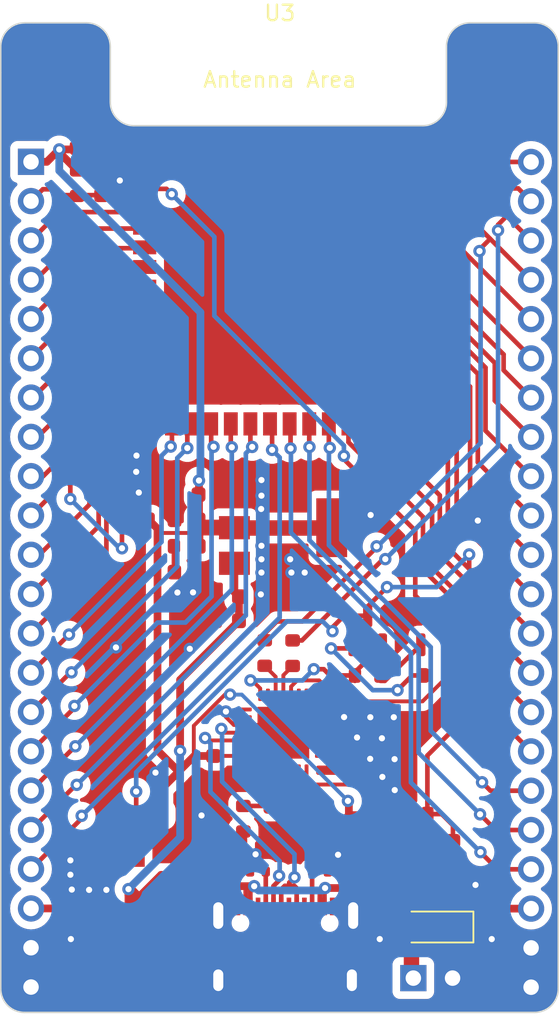
<source format=kicad_pcb>
(kicad_pcb (version 20221018) (generator pcbnew)
  (layers (0 "F.Cu" signal) (31 "B.Cu" signal) (34 "B.Paste" user) (35 "F.Paste" user) (36 "B.SilkS" user "B.Silkscreen") (37 "F.SilkS" user "F.Silkscreen") (38 "B.Mask" user) (39 "F.Mask" user) (44 "Edge.Cuts" user))
  (net 0 "")
  (net 1 "GND")
  (net 2 "+3V3")
  (net 3 "Net-(U2-VBUS)")
  (net 4 "EN")
  (net 5 "IO0")
  (net 6 "Net-(D2-A)")
  (net 7 "/USB D+")
  (net 8 "/USB D-")
  (net 9 "Net-(J1-CC1)")
  (net 12 "Net-(J1-CC2)")
  (net 13 "IO1")
  (net 14 "IO2")
  (net 15 "IO3")
  (net 16 "IO4")
  (net 17 "IO5")
  (net 18 "IO6")
  (net 19 "IO7")
  (net 20 "IO8")
  (net 21 "IO9")
  (net 22 "IO10")
  (net 23 "IO11")
  (net 24 "IO12")
  (net 25 "IO13")
  (net 26 "IO14")
  (net 27 "IO15")
  (net 28 "IO16")
  (net 29 "IO17")
  (net 30 "IO18")
  (net 31 "IO46")
  (net 32 "IO45")
  (net 33 "RX")
  (net 34 "TX")
  (net 35 "IO42")
  (net 36 "IO41")
  (net 37 "IO40")
  (net 38 "IO39")
  (net 39 "IO38")
  (net 40 "IO37")
  (net 41 "IO36")
  (net 42 "IO35")
  (net 43 "IO21")
  (net 44 "IO20")
  (net 45 "IO19")
  (net 46 "IO48")
  (net 47 "IO47")
  (net 48 "Net-(Q1-B)")
  (net 49 "RTS")
  (net 50 "Net-(Q2-B)")
  (net 51 "DTR")
  (net 52 "Net-(U2-~{RST})")
  (net 53 "Net-(U2-~{SUSPEND})")
  (net 54 "Net-(U2-TXD)")
  (net 55 "Net-(U2-RXD)")
  (net 56 "VBUSB")
  (net 73 "+5V")
  (net 74 "Net-(D3-A)")
  (footprint "Resistor_SMD:R_0603_1608Metric" (layer "F.Cu") (at 126.43 102.22 -90)
    (fp_text reference "R7" hide)
    (fp_text value "1k")
  )
  (footprint "Resistor_SMD:R_0603_1608Metric" (layer "F.Cu") (at 114.96 101.945)
    (fp_text reference "R10" hide)
    (fp_text value "10k" hide)
  )
  (footprint "Package_TO_SOT_SMD:SOT-223-3_TabPin2" (layer "F.Cu") (at 123.64 83.41)
    (fp_text reference "U1" hide)
    (fp_text value "AMS1117-3.3" hide)
  )
  (footprint "Resistor_SMD:R_0603_1608Metric" (layer "F.Cu") (at 114.11 82.9)
    (fp_text reference "R14" hide)
    (fp_text value "10k" hide)
  )
  (footprint "Capacitor_SMD:C_0603_1608Metric" (layer "F.Cu") (at 122.85 102.22 -90)
    (fp_text reference "C5" hide)
    (fp_text value "1uF")
  )
  (footprint "Capacitor_SMD:C_0603_1608Metric" (layer "F.Cu") (at 111.89 61.14 90)
    (fp_text reference "C11" hide)
    (fp_text value "1uF")
  )
  (footprint "Resistor_SMD:R_0402_1005Metric" (layer "F.Cu") (at 126.03 105.64 180)
    (fp_text reference "R1" hide)
    (fp_text value "5.1k" hide)
  )
  (footprint "Capacitor_SMD:C_0603_1608Metric" (layer "F.Cu") (at 119.14 98.94 -90)
    (fp_text reference "C6" hide)
    (fp_text value "10uF" hide)
  )
  (footprint "Resistor_SMD:R_0603_1608Metric" (layer "F.Cu") (at 110.31 61.14 90)
    (fp_text reference "R15" hide)
    (fp_text value "10k" hide)
  )
  (footprint "Resistor_SMD:R_0603_1608Metric" (layer "F.Cu") (at 124.64 102.215 90)
    (fp_text reference "R5" hide)
    (fp_text value "47.5k" hide)
  )
  (footprint "Package_TO_SOT_SMD:SOT-23" (layer "F.Cu") (at 133.51 90.04 90)
    (fp_text reference "Q1" hide)
    (fp_text value "MMBT3904" hide)
  )
  (footprint "Capacitor_SMD:C_0603_1608Metric" (layer "F.Cu") (at 120.01 89.43 180)
    (fp_text reference "C1" hide)
    (fp_text value "10uF" hide)
  )
  (footprint "Resistor_SMD:R_0603_1608Metric" (layer "F.Cu") (at 133.52 92.96)
    (fp_text reference "R9" hide)
    (fp_text value "10k" hide)
  )
  (footprint "Connector_PinSocket_2.54mm:PinSocket_1x22_P2.54mm_Vertical" (layer "F.Cu") (at 139.7 59.77)
    (fp_text reference "J3" hide)
    (fp_text value "Conn_01x22_Male" hide)
  )
  (footprint "Resistor_SMD:R_0603_1608Metric" (layer "F.Cu") (at 122.45 91.51 -90)
    (fp_text reference "R12" hide)
    (fp_text value "5.1k")
  )
  (footprint "Resistor_SMD:R_0603_1608Metric" (layer "F.Cu") (at 124.26 91.52 -90)
    (fp_text reference "R13" hide)
    (fp_text value "5.1k" hide)
  )
  (footprint "Resistor_SMD:R_0603_1608Metric" (layer "F.Cu") (at 128.11 98.93 -90)
    (fp_text reference "R11" hide)
    (fp_text value "10k" hide)
  )
  (footprint "Resistor_SMD:R_0402_1005Metric" (layer "F.Cu") (at 122.01 105.64)
    (fp_text reference "R2" hide)
    (fp_text value "5.1k" hide)
  )
  (footprint "Connector_PinHeader_2.54mm:PinHeader_1x02_P2.54mm_Vertical" (layer "F.Cu") (at 132.075 112.522 90)
    (fp_text reference "J4" hide)
    (fp_text value "Screw_Terminal_01x02" hide)
  )
  (footprint "Capacitor_SMD:C_0603_1608Metric" (layer "F.Cu") (at 112.44 104.42 -90)
    (fp_text reference "C8" hide)
    (fp_text value "0,1uF" hide)
  )
  (footprint "Espressif:ESP32-S3-WROOM-1" (layer "F.Cu") (at 123.43 67.2)
    (fp_text reference "U3")
    (fp_text value "ESP32-S3-WROOM-1U")
  )
  (footprint "buttone:SW_TL1015AF160QG" (layer "F.Cu") (at 116.2825 104.63)
    (fp_text reference "SW2" hide)
    (fp_text value "SW_Push" hide)
  )
  (footprint "Diode_SMD:D_SOD-123" (layer "F.Cu") (at 115.68 108.39)
    (fp_text reference "D4" hide)
    (fp_text value "1N5819" hide)
  )
  (footprint "Resistor_SMD:R_0603_1608Metric" (layer "F.Cu") (at 129.12 92.96 180)
    (fp_text reference "R8" hide)
    (fp_text value "10k" hide)
  )
  (footprint "Diode_SMD:D_SOD-123" (layer "F.Cu") (at 133.604 109.22 180)
    (fp_text reference "D3" hide)
    (fp_text value "1N5819" hide)
  )
  (footprint "Package_TO_SOT_SMD:SOT-23" (layer "F.Cu") (at 129.12 90.04 90)
    (fp_text reference "Q2" hide)
    (fp_text value "MMBT3904" hide)
  )
  (footprint "Resistor_SMD:R_0603_1608Metric" (layer "F.Cu") (at 132.16 101.92 180)
    (fp_text reference "R6" hide)
    (fp_text value "10k" hide)
  )
  (footprint "Capacitor_SMD:C_0603_1608Metric" (layer "F.Cu") (at 117.39 82.9 180)
    (fp_text reference "C4" hide)
    (fp_text value "10uF" hide)
  )
  (footprint "Capacitor_SMD:C_0603_1608Metric" (layer "F.Cu") (at 110.3 58.1 90)
    (fp_text reference "C10" hide)
    (fp_text value "10uF")
  )
  (footprint "Capacitor_SMD:C_0603_1608Metric" (layer "F.Cu") (at 134.64 104.43 -90)
    (fp_text reference "C7" hide)
    (fp_text value "0.1uF" hide)
  )
  (footprint "Package_DFN_QFN:QFN-28-1EP_5x5mm_P0.5mm_EP3.35x3.35mm" (layer "F.Cu") (at 123.66 96.66)
    (fp_text reference "U2" hide)
    (fp_text value "CP2102N-Axx-xQFN28" hide)
  )
  (footprint "buttone:SW_TL1015AF160QG" (layer "F.Cu") (at 130.85 104.65 180)
    (fp_text reference "SW1" hide)
    (fp_text value "SW_Push" hide)
  )
  (footprint "LED_SMD:LED_0603_1608Metric" (layer "F.Cu") (at 117.39 86.28 180)
    (fp_text reference "D2" hide)
    (fp_text value "LED" hide)
  )
  (footprint "Capacitor_SMD:C_0603_1608Metric" (layer "F.Cu") (at 117.39 81.27 180)
    (fp_text reference "C3" hide)
    (fp_text value "0.1uF" hide)
  )
  (footprint "Capacitor_SMD:C_0603_1608Metric" (layer "F.Cu") (at 111.9 58.1 90)
    (fp_text reference "C9" hide)
    (fp_text value "0,1uF")
  )
  (footprint "Resistor_SMD:R_0603_1608Metric" (layer "F.Cu") (at 117.4 84.61 180)
    (fp_text reference "R3" hide)
    (fp_text value "470r" hide)
  )
  (footprint "Capacitor_SMD:C_0603_1608Metric" (layer "F.Cu") (at 120.01 87.87 180)
    (fp_text reference "C2" hide)
    (fp_text value "0.1uF" hide)
  )
  (footprint "Connector_PinSocket_2.54mm:PinSocket_1x22_P2.54mm_Vertical" (layer "F.Cu") (at 107.32 59.76)
    (fp_text reference "J2" hide)
    (fp_text value "Conn_01x22_Male" hide)
  )
  (footprint "type-c:VALCON_CSP-USC16-TR" (layer "F.Cu") (at 123.77075 107.89)
    (fp_text reference "J1" hide)
    (fp_text value "CSP-USC16-TR" hide)
  )
  (footprint "Resistor_SMD:R_0603_1608Metric" (layer "F.Cu") (at 121.07 102.22 -90)
    (fp_text reference "R4" hide)
    (fp_text value "22.1k" hide)
  )
  (footprint "Diode_SMD:D_SOD-323_HandSoldering" (layer "F.Cu") (at 115.68 111.22)
    (fp_text reference "D1" hide)
    (fp_text value "TVS" hide)
  )
  (gr_line (start 105.361732 113.217746) (end 105.361732 54) (stroke (width 0.1)) (layer "Edge.Cuts"))
  (gr_arc (start 134.222242 55.897236) (mid 133.773972 56.979486) (end 132.69172 57.427758) (stroke (width 0.1)) (layer "Edge.Cuts"))
  (gr_arc (start 110.919478 50.779478) (mid 112.001733 51.227745) (end 112.45 52.31) (stroke (width 0.1)) (layer "Edge.Cuts"))
  (gr_line (start 135.75172 50.777758) (end 139.361198 50.777758) (stroke (width 0.1)) (layer "Edge.Cuts"))
  (gr_line (start 139.361198 50.777758) (end 139.929478 50.777758) (stroke (width 0.1)) (layer "Edge.Cuts"))
  (gr_line (start 141.45827 113.20775) (end 141.45827 53.34) (stroke (width 0.1)) (layer "Edge.Cuts"))
  (gr_line (start 132.69172 57.427758) (end 113.982242 57.427758) (stroke (width 0.1)) (layer "Edge.Cuts"))
  (gr_arc (start 134.221198 52.30828) (mid 134.669466 51.226026) (end 135.75172 50.777758) (stroke (width 0.1)) (layer "Edge.Cuts"))
  (gr_line (start 134.221198 52.30828) (end 134.221198 55.897236) (stroke (width 0.1)) (layer "Edge.Cuts"))
  (gr_arc (start 139.929478 50.777758) (mid 141.011721 51.226037) (end 141.46 52.30828) (stroke (width 0.1)) (layer "Edge.Cuts"))
  (gr_line (start 107.46172 50.777758) (end 106.892243 50.777758) (stroke (width 0.1)) (layer "Edge.Cuts"))
  (gr_line (start 141.45827 53.34) (end 141.45827 52.3) (stroke (width 0.1)) (layer "Edge.Cuts"))
  (gr_line (start 112.45 52.31) (end 112.45 55.897758) (stroke (width 0.1)) (layer "Edge.Cuts"))
  (gr_arc (start 106.892254 114.738272) (mid 105.81 114.290004) (end 105.361732 113.20775) (stroke (width 0.1)) (layer "Edge.Cuts"))
  (gr_line (start 105.361732 54) (end 105.361732 52.32) (stroke (width 0.1)) (layer "Edge.Cuts"))
  (gr_arc (start 141.45827 113.20775) (mid 141.01 114.29) (end 139.927748 114.738272) (stroke (width 0.1)) (layer "Edge.Cuts"))
  (gr_arc (start 105.361721 52.312243) (mid 105.81 51.23) (end 106.892243 50.781721) (stroke (width 0.1)) (layer "Edge.Cuts"))
  (gr_arc (start 113.982242 57.42828) (mid 112.899988 56.980012) (end 112.45172 55.897758) (stroke (width 0.1)) (layer "Edge.Cuts"))
  (gr_line (start 107.46172 50.777758) (end 110.92172 50.777758) (stroke (width 0.1)) (layer "Edge.Cuts"))
  (gr_line (start 139.927748 114.738272) (end 106.892254 114.738272) (stroke (width 0.1)) (layer "Edge.Cuts"))
  (segment (start 120.72 81.34) (end 120.49 81.11) (width 0.5) (layer "F.Cu") (net 1))
  (segment (start 121.5 104.88) (end 121.86 104.52) (width 0.5) (layer "F.Cu") (net 1))
  (segment (start 122.24 81.34) (end 120.72 81.34) (width 0.5) (layer "F.Cu") (net 1))
  (segment (start 121.96 80.61) (end 120.99 80.61) (width 0.5) (layer "F.Cu") (net 1))
  (segment (start 120.72075 107.89) (end 120.03575 107.89) (width 0.3) (layer "F.Cu") (net 1))
  (segment (start 122.24 80.33) (end 121.96 80.61) (width 0.5) (layer "F.Cu") (net 1))
  (segment (start 123.16 96.16) (end 123.66 96.66) (width 0.25) (layer "F.Cu") (net 1))
  (segment (start 122.24 81.34) (end 122.24 80.33) (width 0.5) (layer "F.Cu") (net 1))
  (segment (start 120.789677 81.609677) (end 120.45 81.27) (width 0.5) (layer "F.Cu") (net 1))
  (segment (start 120.452951 96.16) (end 121.21 96.16) (width 0.25) (layer "F.Cu") (net 1))
  (segment (start 119.94 95.647049) (end 120.452951 96.16) (width 0.25) (layer "F.Cu") (net 1))
  (segment (start 122.22 81.36) (end 122.22 82.2) (width 0.5) (layer "F.Cu") (net 1))
  (segment (start 122.22 82.09) (end 121.41 81.28) (width 0.5) (layer "F.Cu") (net 1))
  (segment (start 116.615 81.27) (end 116.615 82.9) (width 0.25) (layer "F.Cu") (net 1))
  (segment (start 121.41 81.16) (end 121.41 81.28) (width 0.5) (layer "F.Cu") (net 1))
  (segment (start 121.21 96.16) (end 123.16 96.16) (width 0.25) (layer "F.Cu") (net 1))
  (segment (start 121.41 81.28) (end 121.3 81.17) (width 0.5) (layer "F.Cu") (net 1))
  (segment (start 118.955 87.59) (end 119.235 87.87) (width 0.2) (layer "F.Cu") (net 1))
  (segment (start 121.5 105.64) (end 121.5 104.88) (width 0.5) (layer "F.Cu") (net 1))
  (segment (start 116.485 81.14) (end 116.615 81.27) (width 0.25) (layer "F.Cu") (net 1))
  (segment (start 122.22 82.2) (end 122.22 82.09) (width 0.5) (layer "F.Cu") (net 1))
  (segment (start 114.3 81.14) (end 116.485 81.14) (width 0.25) (layer "F.Cu") (net 1))
  (segment (start 122.24 80.33) (end 121.41 81.16) (width 0.5) (layer "F.Cu") (net 1))
  (segment (start 122.24 80.33) (end 121.94 80.63) (width 0.5) (layer "F.Cu") (net 1))
  (segment (start 127.71075 108.48) (end 128.09575 108.48) (width 0.25) (layer "F.Cu") (net 1))
  (segment (start 121.970323 81.609677) (end 120.789677 81.609677) (width 0.5) (layer "F.Cu") (net 1))
  (segment (start 122.24 81.34) (end 122.22 81.36) (width 0.5) (layer "F.Cu") (net 1))
  (segment (start 112.495 60.97) (end 111.89 60.365) (width 0.3) (layer "F.Cu") (net 1))
  (segment (start 119.94 95.29) (end 119.94 95.647049) (width 0.25) (layer "F.Cu") (net 1))
  (segment (start 121.94 80.63) (end 121.94 81.12) (width 0.5) (layer "F.Cu") (net 1))
  (segment (start 113.07 60.97) (end 112.495 60.97) (width 0.3) (layer "F.Cu") (net 1))
  (segment (start 117.81 87.59) (end 118.955 87.59) (width 0.2) (layer "F.Cu") (net 1))
  (segment (start 120.03575 107.89) (end 119.44575 108.48) (width 0.3) (layer "F.Cu") (net 1))
  (segment (start 122.24 81.34) (end 121.970323 81.609677) (width 0.5) (layer "F.Cu") (net 1))
  (segment (start 121.3 81.17) (end 121.3 81.12) (width 0.5) (layer "F.Cu") (net 1))
  (segment (start 127.12075 107.89) (end 127.71075 108.48) (width 0.25) (layer "F.Cu") (net 1))
  (segment (start 120.99 80.61) (end 120.49 81.11) (width 0.5) (layer "F.Cu") (net 1))
  (via (at 129.29 95.66) (size 0.8) (drill 0.4) (layers "F.Cu" "B.Cu") (net 1))
  (via (at 127.59 95.65) (size 0.8) (drill 0.4) (layers "F.Cu" "B.Cu") (net 1))
  (via (at 129.9 110) (size 0.8) (drill 0.4) (layers "F.Cu" "B.Cu") (net 1))
  (via (at 122.24 84.58) (size 0.8) (drill 0.4) (layers "F.Cu" "B.Cu") (net 1))
  (via (at 117.6 91.24) (size 0.8) (drill 0.4) (layers "F.Cu" "B.Cu") (net 1))
  (via (at 122.22 82.2) (size 0.8) (drill 0.4) (layers "F.Cu" "B.Cu") (net 1))
  (via (at 109.9 110) (size 0.8) (drill 0.4) (layers "F.Cu" "B.Cu") (net 1))
  (via (at 130.86 98.37) (size 0.8) (drill 0.4) (layers "F.Cu" "B.Cu") (net 1))
  (via (at 111.08 106.82) (size 0.8) (drill 0.4) (layers "F.Cu" "B.Cu") (net 1))
  (via (at 130.07 99.52) (size 0.8) (drill 0.4) (layers "F.Cu" "B.Cu") (net 1))
  (via (at 109.96 106.8) (size 0.8) (drill 0.4) (layers "F.Cu" "B.Cu") (net 1))
  (via (at 122.24 86.31) (size 0.8) (drill 0.4) (layers "F.Cu" "B.Cu") (net 1))
  (via (at 125.04 86.31) (size 0.8) (drill 0.4) (layers "F.Cu" "B.Cu") (net 1))
  (via (at 136.1 106.5) (size 0.8) (drill 0.4) (layers "F.Cu" "B.Cu") (net 1))
  (via (at 128.43 96.97) (size 0.8) (drill 0.4) (layers "F.Cu" "B.Cu") (net 1))
  (via (at 124.1 85.45) (size 0.8) (drill 0.4) (layers "F.Cu" "B.Cu") (net 1))
  (via (at 122.24 80.33) (size 0.8) (drill 0.4) (layers "F.Cu" "B.Cu") (net 1))
  (via (at 115.38 99.24) (size 0.8) (drill 0.4) (layers "F.Cu" "B.Cu") (net 1))
  (via (at 122.24 81.34) (size 0.8) (drill 0.4) (layers "F.Cu" "B.Cu") (net 1))
  (via (at 117.81 87.59) (size 0.8) (drill 0.4) (layers "F.Cu" "B.Cu") (net 1))
  (via (at 113.07 60.97) (size 0.8) (drill 0.4) (layers "F.Cu" "B.Cu") (net 1))
  (via (at 124.18 86.31) (size 0.8) (drill 0.4) (layers "F.Cu" "B.Cu") (net 1))
  (via (at 129.31 82.59) (size 0.8) (drill 0.4) (layers "F.Cu" "B.Cu") (net 1))
  (via (at 119.94 95.29) (size 0.8) (drill 0.4) (layers "F.Cu" "B.Cu") (net 1))
  (via (at 137.15 110) (size 0.8) (drill 0.4) (layers "F.Cu" "B.Cu") (net 1))
  (via (at 130.04 97.02) (size 0.8) (drill 0.4) (layers "F.Cu" "B.Cu") (net 1))
  (via (at 114.13 79.8) (size 0.8) (drill 0.4) (layers "F.Cu" "B.Cu") (net 1))
  (via (at 122.24 85.45) (size 0.8) (drill 0.4) (layers "F.Cu" "B.Cu") (net 1))
  (via (at 114.3 81.14) (size 0.8) (drill 0.4) (layers "F.Cu" "B.Cu") (net 1))
  (via (at 109.87 105.84) (size 0.8) (drill 0.4) (layers "F.Cu" "B.Cu") (net 1))
  (via (at 127.2 104.55) (size 0.8) (drill 0.4) (layers "F.Cu" "B.Cu") (net 1))
  (via (at 112.82 91.15) (size 0.8) (drill 0.4) (layers "F.Cu" "B.Cu") (net 1))
  (via (at 114.15 78.75) (size 0.8) (drill 0.4) (layers "F.Cu" "B.Cu") (net 1))
  (via (at 129.28 98.35) (size 0.8) (drill 0.4) (layers "F.Cu" "B.Cu") (net 1))
  (via (at 122.2 87.72) (size 0.8) (drill 0.4) (layers "F.Cu" "B.Cu") (net 1))
  (via (at 130.87 100.37) (size 0.8) (drill 0.4) (layers "F.Cu" "B.Cu") (net 1))
  (via (at 136.25 82.95) (size 0.8) (drill 0.4) (layers "F.Cu" "B.Cu") (net 1))
  (via (at 121.86 104.52) (size 0.8) (drill 0.4) (layers "F.Cu" "B.Cu") (net 1))
  (via (at 130.81 95.66) (size 0.8) (drill 0.4) (layers "F.Cu" "B.Cu") (net 1))
  (via (at 109.87 104.91) (size 0.8) (drill 0.4) (layers "F.Cu" "B.Cu") (net 1))
  (via (at 118.36 102.01) (size 0.8) (drill 0.4) (layers "F.Cu" "B.Cu") (net 1))
  (via (at 112.2 106.82) (size 0.8) (drill 0.4) (layers "F.Cu" "B.Cu") (net 1))
  (via (at 116.8 87.6) (size 0.8) (drill 0.4) (layers "F.Cu" "B.Cu") (net 1))
  (segment (start 121.21 98.16) (end 119.145 98.16) (width 0.25) (layer "F.Cu") (net 2))
  (segment (start 108.35 59.76) (end 107.32 59.76) (width 0.5) (layer "F.Cu") (net 2))
  (segment (start 118.195 82.87) (end 118.165 82.9) (width 0.5) (layer "F.Cu") (net 2))
  (segment (start 117.885 98.165) (end 119.14 98.165) (width 0.5) (layer "F.Cu") (net 2))
  (segment (start 118.195 80.36) (end 118.195 82.87) (width 0.5) (layer "F.Cu") (net 2))
  (segment (start 115.51 83.475) (end 114.8675 82.8325) (width 0.5) (layer "F.Cu") (net 2))
  (segment (start 120.51 83.43) (end 120.49 83.41) (width 1) (layer "F.Cu") (net 2))
  (segment (start 127.9 101.13) (end 127.84 101.07) (width 0.5) (layer "F.Cu") (net 2))
  (segment (start 109.15 58.96) (end 110.215 58.96) (width 0.5) (layer "F.Cu") (net 2))
  (segment (start 116.785 99.0775) (end 115.51 97.8025) (width 0.5) (layer "F.Cu") (net 2))
  (segment (start 139.7 108.03) (end 135.05395 108.03) (width 0.5) (layer "F.Cu") (net 2))
  (segment (start 131.265 101.99) (end 131.335 101.92) (width 0.5) (layer "F.Cu") (net 2))
  (segment (start 120.49 83.41) (end 118.235 83.41) (width 1) (layer "F.Cu") (net 2))
  (segment (start 133.52395 106.5) (end 132.65 106.5) (width 0.5) (layer "F.Cu") (net 2))
  (segment (start 115.775 83.75) (end 115.735 83.71) (width 0.25) (layer "F.Cu") (net 2))
  (segment (start 119.145 98.16) (end 119.14 98.165) (width 0.3) (layer "F.Cu") (net 2))
  (segment (start 118.225 82.96) (end 118.165 82.9) (width 0.5) (layer "F.Cu") (net 2))
  (segment (start 118.405 83.14) (end 120.47 83.14) (width 0.5) (layer "F.Cu") (net 2))
  (segment (start 121.21 97.66) (end 121.21 98.16) (width 0.25) (layer "F.Cu") (net 2))
  (segment (start 126.48 83.43) (end 120.51 83.43) (width 1) (layer "F.Cu") (net 2))
  (segment (start 118.165 82.9) (end 118.405 83.14) (width 0.5) (layer "F.Cu") (net 2))
  (segment (start 118.225 84.61) (end 118.225 82.96) (width 0.5) (layer "F.Cu") (net 2))
  (segment (start 132.65 106.5) (end 128.14 101.99) (width 0.5) (layer "F.Cu") (net 2))
  (segment (start 109.15 58.96) (end 108.35 59.76) (width 0.5) (layer "F.Cu") (net 2))
  (segment (start 117.86 96.21) (end 117.86 97.955) (width 0.25) (layer "F.Cu") (net 2))
  (segment (start 116.925 99.125) (end 117.885 98.165) (width 0.5) (layer "F.Cu") (net 2))
  (segment (start 118.235 83.41) (end 118.235 83.5) (width 0.25) (layer "F.Cu") (net 2))
  (segment (start 118.225 83.4) (end 118.225 82.96) (width 0.5) (layer "F.Cu") (net 2))
  (segment (start 114.74 60.265) (end 114.68 60.205) (width 0.5) (layer "F.Cu") (net 2))
  (segment (start 119.87147 94.19853) (end 117.86 96.21) (width 0.25) (layer "F.Cu") (net 2))
  (segment (start 127.9 101.99) (end 128.11 101.99) (width 0.5) (layer "F.Cu") (net 2))
  (segment (start 114.005 60.205) (end 112.675 58.875) (width 0.5) (layer "F.Cu") (net 2))
  (segment (start 118.235 83.5) (end 117.985 83.75) (width 0.25) (layer "F.Cu") (net 2))
  (segment (start 116.925 99.125) (end 116.925 99.135) (width 0.5) (layer "F.Cu") (net 2))
  (segment (start 126.43 103.045) (end 126.845 103.045) (width 0.5) (layer "F.Cu") (net 2))
  (segment (start 115.51 97.8025) (end 115.51 83.475) (width 0.5) (layer "F.Cu") (net 2))
  (segment (start 126.845 103.045) (end 127.9 101.99) (width 0.5) (layer "F.Cu") (net 2))
  (segment (start 128.11 101.99) (end 131.265 101.99) (width 0.5) (layer "F.Cu") (net 2))
  (segment (start 112.675 58.875) (end 110.3 58.875) (width 0.5) (layer "F.Cu") (net 2))
  (segment (start 109.15 59.155) (end 110.31 60.315) (width 0.5) (layer "F.Cu") (net 2))
  (segment (start 109.15 58.96) (end 109.15 59.155) (width 0.5) (layer "F.Cu") (net 2))
  (segment (start 117.985 83.75) (end 115.775 83.75) (width 0.25) (layer "F.Cu") (net 2))
  (segment (start 127.9 101.99) (end 127.9 101.13) (width 0.5) (layer "F.Cu") (net 2))
  (segment (start 114.68 60.205) (end 114.005 60.205) (width 0.5) (layer "F.Cu") (net 2))
  (segment (start 126.77 83.14) (end 126.48 83.43) (width 1) (layer "F.Cu") (net 2))
  (segment (start 118.225 84.61) (end 118.225 83.4) (width 0.5) (layer "F.Cu") (net 2))
  (segment (start 116.925 99.135) (end 115.785 100.275) (width 0.5) (layer "F.Cu") (net 2))
  (segment (start 115.65 83.625) (end 115.6075 83.5825) (width 0.25) (layer "F.Cu") (net 2))
  (segment (start 135.05395 108.03) (end 133.52395 106.5) (width 0.5) (layer "F.Cu") (net 2))
  (segment (start 120.20853 94.19853) (end 119.87147 94.19853) (width 0.25) (layer "F.Cu") (net 2))
  (segment (start 110.215 58.96) (end 110.3 58.875) (width 0.5) (layer "F.Cu") (net 2))
  (segment (start 115.785 100.275) (end 115.785 101.945) (width 0.5) (layer "F.Cu") (net 2))
  (segment (start 128.14 101.99) (end 128.11 101.99) (width 0.5) (layer "F.Cu") (net 2))
  (via (at 118.195 80.36) (size 0.8) (drill 0.4) (layers "F.Cu" "B.Cu") (net 2))
  (via (at 120.20853 94.19853) (size 0.8) (drill 0.4) (layers "F.Cu" "B.Cu") (net 2))
  (via (at 127.84 101.07) (size 0.8) (drill 0.4) (layers "F.Cu" "B.Cu") (net 2))
  (via (at 109.15 58.96) (size 0.8) (drill 0.4) (layers "F.Cu" "B.Cu") (net 2))
  (segment (start 120.20853 94.19853) (end 120.96853 94.19853) (width 0.25) (layer "B.Cu") (net 2))
  (segment (start 120.96853 94.19853) (end 127.84 101.07) (width 0.25) (layer "B.Cu") (net 2))
  (segment (start 118.195 80.36) (end 118.29 80.265) (width 0.5) (layer "B.Cu") (net 2))
  (segment (start 118.29 69.49) (end 117.92 69.12) (width 0.5) (layer "B.Cu") (net 2))
  (segment (start 117.92 69.12) (end 117.92 69.1055) (width 0.5) (layer "B.Cu") (net 2))
  (segment (start 109.15 60.3355) (end 109.15 58.96) (width 0.5) (layer "B.Cu") (net 2))
  (segment (start 118.29 80.265) (end 118.29 69.49) (width 0.5) (layer "B.Cu") (net 2))
  (segment (start 117.92 69.1055) (end 109.15 60.3355) (width 0.5) (layer "B.Cu") (net 2))
  (segment (start 121.07 101.395) (end 122.8 101.395) (width 0.3) (layer "F.Cu") (net 3))
  (segment (start 124.64 101.39) (end 122.905 101.39) (width 0.3) (layer "F.Cu") (net 3))
  (segment (start 122.16 99.11) (end 122.16 100.755) (width 0.25) (layer "F.Cu") (net 3))
  (segment (start 122.16 100.755) (end 122.85 101.445) (width 0.25) (layer "F.Cu") (net 3))
  (segment (start 122.905 101.39) (end 122.85 101.445) (width 0.3) (layer "F.Cu") (net 3))
  (segment (start 122.8 101.395) (end 122.85 101.445) (width 0.3) (layer "F.Cu") (net 3))
  (segment (start 113.415 61.915) (end 113.82 61.51) (width 0.3) (layer "F.Cu") (net 4))
  (segment (start 133.51 89.1025) (end 134.8325 89.1025) (width 0.3) (layer "F.Cu") (net 4))
  (segment (start 133.325 104.65) (end 134.32 103.655) (width 0.3) (layer "F.Cu") (net 4))
  (segment (start 116.09 61.51) (end 116.43 61.85) (width 0.3) (layer "F.Cu") (net 4))
  (segment (start 135.72 89.99) (end 135.72 95.4) (width 0.3) (layer "F.Cu") (net 4))
  (segment (start 133.915 101.92) (end 134.64 102.645) (width 0.3) (layer "F.Cu") (net 4))
  (segment (start 132.985 98.135) (end 132.985 101.92) (width 0.3) (layer "F.Cu") (net 4))
  (segment (start 132.2 83.6) (end 127.73 79.13) (width 0.3) (layer "F.Cu") (net 4))
  (segment (start 134.64 102.645) (end 134.64 103.655) (width 0.3) (layer "F.Cu") (net 4))
  (segment (start 134.8325 89.1025) (end 135.72 89.99) (width 0.3) (layer "F.Cu") (net 4))
  (segment (start 107.32 62.3) (end 108.085 61.535) (width 0.3) (layer "F.Cu") (net 4))
  (segment (start 127.73 78.92) (end 127.58 78.77) (width 0.3) (layer "F.Cu") (net 4))
  (segment (start 132.985 101.92) (end 133.915 101.92) (width 0.3) (layer "F.Cu") (net 4))
  (segment (start 132.925 104.65) (end 133.325 104.65) (width 0.3) (layer "F.Cu") (net 4))
  (segment (start 108.085 61.535) (end 108.99 61.535) (width 0.3) (layer "F.Cu") (net 4))
  (segment (start 135.72 95.4) (end 132.985 98.135) (width 0.3) (layer "F.Cu") (net 4))
  (segment (start 109.37 61.915) (end 113.415 61.915) (width 0.3) (layer "F.Cu") (net 4))
  (segment (start 134.32 103.655) (end 134.64 103.655) (width 0.3) (layer "F.Cu") (net 4))
  (segment (start 108.99 61.535) (end 109.37 61.915) (width 0.3) (layer "F.Cu") (net 4))
  (segment (start 113.82 61.51) (end 116.09 61.51) (width 0.3) (layer "F.Cu") (net 4))
  (segment (start 133.51 89.1025) (end 132.2 87.7925) (width 0.3) (layer "F.Cu") (net 4))
  (segment (start 132.2 87.7925) (end 132.2 83.6) (width 0.3) (layer "F.Cu") (net 4))
  (segment (start 127.73 79.13) (end 127.73 78.92) (width 0.3) (layer "F.Cu") (net 4))
  (via (at 116.43 61.85) (size 0.8) (drill 0.4) (layers "F.Cu" "B.Cu") (net 4))
  (via (at 127.58 78.77) (size 0.8) (drill 0.4) (layers "F.Cu" "B.Cu") (net 4))
  (segment (start 127.58 78.104339) (end 119.19 69.714339) (width 0.3) (layer "B.Cu") (net 4))
  (segment (start 119.19 64.61) (end 116.43 61.85) (width 0.3) (layer "B.Cu") (net 4))
  (segment (start 119.19 69.714339) (end 119.19 64.61) (width 0.3) (layer "B.Cu") (net 4))
  (segment (start 127.58 78.77) (end 127.58 78.104339) (width 0.3) (layer "B.Cu") (net 4))
  (segment (start 113.2225 103.645) (end 114.2075 104.63) (width 0.3) (layer "F.Cu") (net 5))
  (segment (start 114.135 101.95) (end 112.44 103.645) (width 0.3) (layer "F.Cu") (net 5))
  (segment (start 139.7 90.25) (end 139.7 90.06) (width 0.3) (layer "F.Cu") (net 5))
  (segment (start 114.13 101.94) (end 114.135 101.945) (width 0.3) (layer "F.Cu") (net 5))
  (segment (start 127.5875 89.1025) (end 129.12 89.1025) (width 0.3) (layer "F.Cu") (net 5))
  (segment (start 135.69 86.07) (end 134.31 84.69) (width 0.3) (layer "F.Cu") (net 5))
  (segment (start 139.7 90.08) (end 135.69 86.07) (width 0.3) (layer "F.Cu") (net 5))
  (segment (start 114.13 100.46) (end 114.13 101.94) (width 0.3) (layer "F.Cu") (net 5))
  (segment (start 134.31 84.69) (end 134.31 76.09) (width 0.3) (layer "F.Cu") (net 5))
  (segment (start 114.135 101.945) (end 114.135 101.95) (width 0.3) (layer "F.Cu") (net 5))
  (segment (start 139.7 90.25) (end 139.7 90.08) (width 0.3) (layer "F.Cu") (net 5))
  (segment (start 132.295 75.45) (end 132.24 75.505) (width 0.3) (layer "F.Cu") (net 5))
  (segment (start 112.44 103.645) (end 113.2225 103.645) (width 0.3) (layer "F.Cu") (net 5))
  (segment (start 133.67 75.45) (end 132.295 75.45) (width 0.3) (layer "F.Cu") (net 5))
  (segment (start 135.69 85.14) (end 135.69 86.07) (width 0.3) (layer "F.Cu") (net 5))
  (segment (start 126.84 90.1) (end 126.84 89.85) (width 0.3) (layer "F.Cu") (net 5))
  (segment (start 134.31 76.09) (end 133.67 75.45) (width 0.3) (layer "F.Cu") (net 5))
  (segment (start 129.12 89.1025) (end 129.12 88.5) (width 0.3) (layer "F.Cu") (net 5))
  (segment (start 126.84 89.85) (end 127.5875 89.1025) (width 0.3) (layer "F.Cu") (net 5))
  (segment (start 129.12 88.5) (end 130.37 87.25) (width 0.3) (layer "F.Cu") (net 5))
  (via (at 135.69 85.14) (size 0.8) (drill 0.4) (layers "F.Cu" "B.Cu") (net 5))
  (via (at 114.13 100.46) (size 0.8) (drill 0.4) (layers "F.Cu" "B.Cu") (net 5))
  (via (at 126.84 90.1) (size 0.8) (drill 0.4) (layers "F.Cu" "B.Cu") (net 5))
  (via (at 130.37 87.25) (size 0.8) (drill 0.4) (layers "F.Cu" "B.Cu") (net 5))
  (segment (start 126.2 89.46) (end 123.887107 89.46) (width 0.3) (layer "B.Cu") (net 5))
  (segment (start 130.37 87.25) (end 133.58 87.25) (width 0.3) (layer "B.Cu") (net 5))
  (segment (start 133.58 87.25) (end 135.69 85.14) (width 0.3) (layer "B.Cu") (net 5))
  (segment (start 114.13 99.217106) (end 114.13 100.46) (width 0.3) (layer "B.Cu") (net 5))
  (segment (start 126.84 90.1) (end 126.2 89.46) (width 0.3) (layer "B.Cu") (net 5))
  (segment (start 123.887107 89.46) (end 114.13 99.217106) (width 0.3) (layer "B.Cu") (net 5))
  (segment (start 116.575 86.2525) (end 116.6025 86.28) (width 0.3) (layer "F.Cu") (net 6))
  (segment (start 116.575 84.61) (end 116.575 86.2525) (width 0.3) (layer "F.Cu") (net 6))
  (segment (start 124.04 106.56) (end 124.37075 106.56) (width 0.3) (layer "F.Cu") (net 7))
  (segment (start 123.75075 106.56) (end 124.04 106.56) (width 0.3) (layer "F.Cu") (net 7))
  (segment (start 119.643344 96.411054) (end 119.89229 96.66) (width 0.25) (layer "F.Cu") (net 7))
  (segment (start 119.89229 96.66) (end 121.21 96.66) (width 0.25) (layer "F.Cu") (net 7))
  (segment (start 124.37075 106.56) (end 124.52075 106.71) (width 0.3) (layer "F.Cu") (net 7))
  (segment (start 124.04 106.346672) (end 124.379379 106.007293) (width 0.3) (layer "F.Cu") (net 7))
  (segment (start 124.52075 106.71) (end 124.52075 107.63) (width 0.3) (layer "F.Cu") (net 7))
  (segment (start 124.04 106.56) (end 124.04 106.346672) (width 0.3) (layer "F.Cu") (net 7))
  (segment (start 123.52075 107.63) (end 123.52075 106.79) (width 0.3) (layer "F.Cu") (net 7))
  (segment (start 123.52075 106.79) (end 123.75075 106.56) (width 0.3) (layer "F.Cu") (net 7))
  (via (at 119.643344 96.411054) (size 0.8) (drill 0.4) (layers "F.Cu" "B.Cu") (net 7))
  (via (at 124.379379 106.007293) (size 0.8) (drill 0.4) (layers "F.Cu" "B.Cu") (net 7))
  (segment (start 124.319379 104.449379) (end 119.69 99.82) (width 0.3) (layer "B.Cu") (net 7))
  (segment (start 119.69 99.82) (end 119.69 96.45771) (width 0.3) (layer "B.Cu") (net 7))
  (segment (start 124.379379 104.509379) (end 124.319379 104.449379) (width 0.3) (layer "B.Cu") (net 7))
  (segment (start 119.69 96.45771) (end 119.643344 96.411054) (width 0.3) (layer "B.Cu") (net 7))
  (segment (start 124.379379 106.007293) (end 124.379379 104.509379) (width 0.3) (layer "B.Cu") (net 7))
  (segment (start 118.59 97) (end 118.751054 97.161054) (width 0.3) (layer "F.Cu") (net 8))
  (segment (start 123.02075 108.81) (end 123.28075 109.07) (width 0.3) (layer "F.Cu") (net 8))
  (segment (start 123.385045 105.905775) (end 123.385045 106.204955) (width 0.3) (layer "F.Cu") (net 8))
  (segment (start 123.76075 109.07) (end 124.02075 108.81) (width 0.3) (layer "F.Cu") (net 8))
  (segment (start 123.385045 106.204955) (end 123.02075 106.56925) (width 0.3) (layer "F.Cu") (net 8))
  (segment (start 123.28075 109.07) (end 123.76075 109.07) (width 0.3) (layer "F.Cu") (net 8))
  (segment (start 118.751054 97.161054) (end 121.208946 97.161054) (width 0.25) (layer "F.Cu") (net 8))
  (segment (start 123.02075 106.56925) (end 123.02075 108.81) (width 0.3) (layer "F.Cu") (net 8))
  (segment (start 124.02075 108.81) (end 124.02075 107.63) (width 0.3) (layer "F.Cu") (net 8))
  (via (at 118.59 97) (size 0.8) (drill 0.4) (layers "F.Cu" "B.Cu") (net 8))
  (via (at 123.385045 105.905775) (size 0.8) (drill 0.4) (layers "F.Cu" "B.Cu") (net 8))
  (segment (start 118.59 97) (end 118.94 97.35) (width 0.3) (layer "B.Cu") (net 8))
  (segment (start 123.36 104.91) (end 123.42 104.97) (width 0.3) (layer "B.Cu") (net 8))
  (segment (start 118.94 97.35) (end 118.94 100.49) (width 0.3) (layer "B.Cu") (net 8))
  (segment (start 123.42 105.87082) (end 123.385045 105.905775) (width 0.3) (layer "B.Cu") (net 8))
  (segment (start 123.42 104.97) (end 123.42 105.87082) (width 0.3) (layer "B.Cu") (net 8))
  (segment (start 118.94 100.49) (end 123.36 104.91) (width 0.3) (layer "B.Cu") (net 8))
  (segment (start 122.52075 107.63) (end 122.52075 105.64075) (width 0.3) (layer "F.Cu") (net 9))
  (segment (start 122.52075 105.64075) (end 122.52 105.64) (width 0.3) (layer "F.Cu") (net 9))
  (segment (start 125.52 105.64) (end 125.52075 105.64075) (width 0.3) (layer "F.Cu") (net 12))
  (segment (start 125.52075 105.64075) (end 125.52075 107.63) (width 0.3) (layer "F.Cu") (net 12))
  (segment (start 137.315 60.265) (end 132.24 60.265) (width 0.3) (layer "F.Cu") (net 13))
  (segment (start 139.7 59.77) (end 137.81 59.77) (width 0.3) (layer "F.Cu") (net 13))
  (segment (start 137.81 59.77) (end 137.315 60.265) (width 0.3) (layer "F.Cu") (net 13))
  (segment (start 139.7 62.31) (end 138.87 61.48) (width 0.3) (layer "F.Cu") (net 14))
  (segment (start 132.295 61.48) (end 132.24 61.535) (width 0.3) (layer "F.Cu") (net 14))
  (segment (start 138.87 61.48) (end 132.295 61.48) (width 0.3) (layer "F.Cu") (net 14))
  (segment (start 116.3655 78.1655) (end 116.445 78.086) (width 0.3) (layer "F.Cu") (net 15))
  (segment (start 116.445 78.086) (end 116.445 76.7) (width 0.3) (layer "F.Cu") (net 15))
  (segment (start 107.32 92.78) (end 109.78 90.32) (width 0.3) (layer "F.Cu") (net 15))
  (via (at 109.78 90.32) (size 0.8) (drill 0.4) (layers "F.Cu" "B.Cu") (net 15))
  (via (at 116.3655 78.1655) (size 0.8) (drill 0.4) (layers "F.Cu" "B.Cu") (net 15))
  (segment (start 115.77 84.33) (end 109.78 90.32) (width 0.3) (layer "B.Cu") (net 15))
  (segment (start 116.3655 78.1655) (end 115.77 78.761) (width 0.3) (layer "B.Cu") (net 15))
  (segment (start 115.77 78.761) (end 115.77 84.33) (width 0.3) (layer "B.Cu") (net 15))
  (segment (start 114.535 63.01) (end 114.74 62.805) (width 0.3) (layer "F.Cu") (net 16))
  (segment (start 107.32 64.84) (end 109.15 63.01) (width 0.3) (layer "F.Cu") (net 16))
  (segment (start 109.15 63.01) (end 114.535 63.01) (width 0.3) (layer "F.Cu") (net 16))
  (segment (start 107.62 67.38) (end 110.925 64.075) (width 0.3) (layer "F.Cu") (net 17))
  (segment (start 114.625 64.075) (end 114.68 64.02) (width 0.3) (layer "F.Cu") (net 17))
  (segment (start 110.925 64.075) (end 114.625 64.075) (width 0.3) (layer "F.Cu") (net 17))
  (segment (start 107.32 67.38) (end 107.62 67.38) (width 0.3) (layer "F.Cu") (net 17))
  (segment (start 107.32 69.92) (end 111.895 65.345) (width 0.3) (layer "F.Cu") (net 18))
  (segment (start 111.895 65.345) (end 114.74 65.345) (width 0.3) (layer "F.Cu") (net 18))
  (segment (start 114.685 66.56) (end 114.74 66.615) (width 0.3) (layer "F.Cu") (net 19))
  (segment (start 113.22 66.56) (end 114.685 66.56) (width 0.3) (layer "F.Cu") (net 19))
  (segment (start 107.32 72.46) (end 113.22 66.56) (width 0.3) (layer "F.Cu") (net 19))
  (segment (start 111.11 75.04) (end 113.24 72.91) (width 0.3) (layer "F.Cu") (net 20))
  (segment (start 107.32 85.16) (end 107.86 85.16) (width 0.3) (layer "F.Cu") (net 20))
  (segment (start 113.24 72.91) (end 114.68 72.91) (width 0.3) (layer "F.Cu") (net 20))
  (segment (start 111.11 81.91) (end 111.11 75.04) (width 0.3) (layer "F.Cu") (net 20))
  (segment (start 107.86 85.16) (end 111.11 81.91) (width 0.3) (layer "F.Cu") (net 20))
  (segment (start 118.985 78.0255) (end 118.985 76.815) (width 0.3) (layer "F.Cu") (net 21))
  (segment (start 110.13 95.05) (end 110.13 94.93) (width 0.3) (layer "F.Cu") (net 21))
  (segment (start 107.32 97.86) (end 110.13 95.05) (width 0.3) (layer "F.Cu") (net 21))
  (segment (start 118.985 76.815) (end 119.045 76.755) (width 0.3) (layer "F.Cu") (net 21))
  (segment (start 119.1395 78.18) (end 118.985 78.0255) (width 0.3) (layer "F.Cu") (net 21))
  (via (at 110.13 94.93) (size 0.8) (drill 0.4) (layers "F.Cu" "B.Cu") (net 21))
  (via (at 119.1395 78.18) (size 0.8) (drill 0.4) (layers "F.Cu" "B.Cu") (net 21))
  (segment (start 115.52 89.54) (end 110.13 94.93) (width 0.3) (layer "B.Cu") (net 21))
  (segment (start 119.01 87.85) (end 117.32 89.54) (width 0.3) (layer "B.Cu") (net 21))
  (segment (start 119.1395 78.18) (end 119.01 78.3095) (width 0.3) (layer "B.Cu") (net 21))
  (segment (start 119.01 78.3095) (end 119.01 87.85) (width 0.3) (layer "B.Cu") (net 21))
  (segment (start 117.32 89.54) (end 115.52 89.54) (width 0.3) (layer "B.Cu") (net 21))
  (segment (start 120.255 76.815) (end 120.315 76.755) (width 0.3) (layer "F.Cu") (net 22))
  (segment (start 110.18 97.54) (end 110.19 97.54) (width 0.3) (layer "F.Cu") (net 22))
  (segment (start 120.255 78.145) (end 120.255 76.815) (width 0.3) (layer "F.Cu") (net 22))
  (segment (start 120.32 78.21) (end 120.255 78.145) (width 0.3) (layer "F.Cu") (net 22))
  (segment (start 107.32 100.4) (end 110.18 97.54) (width 0.3) (layer "F.Cu") (net 22))
  (via (at 120.32 78.21) (size 0.8) (drill 0.4) (layers "F.Cu" "B.Cu") (net 22))
  (via (at 110.19 97.54) (size 0.8) (drill 0.4) (layers "F.Cu" "B.Cu") (net 22))
  (segment (start 120.32 87.41) (end 110.19 97.54) (width 0.3) (layer "B.Cu") (net 22))
  (segment (start 120.32 78.21) (end 120.32 87.41) (width 0.3) (layer "B.Cu") (net 22))
  (segment (start 121.525 76.815) (end 121.585 76.755) (width 0.3) (layer "F.Cu") (net 23))
  (segment (start 107.32 102.94) (end 110.23 100.03) (width 0.3) (layer "F.Cu") (net 23))
  (segment (start 110.23 100.03) (end 110.28 100.03) (width 0.3) (layer "F.Cu") (net 23))
  (segment (start 121.525 78.075) (end 121.525 76.815) (width 0.3) (layer "F.Cu") (net 23))
  (segment (start 121.64 78.19) (end 121.525 78.075) (width 0.3) (layer "F.Cu") (net 23))
  (via (at 121.64 78.19) (size 0.8) (drill 0.4) (layers "F.Cu" "B.Cu") (net 23))
  (via (at 110.28 100.03) (size 0.8) (drill 0.4) (layers "F.Cu" "B.Cu") (net 23))
  (segment (start 121.23 78.6) (end 121.23 89.08) (width 0.3) (layer "B.Cu") (net 23))
  (segment (start 121.23 89.08) (end 110.28 100.03) (width 0.3) (layer "B.Cu") (net 23))
  (segment (start 121.64 78.19) (end 121.23 78.6) (width 0.3) (layer "B.Cu") (net 23))
  (segment (start 122.93 78.3805) (end 122.93 76.83) (width 0.3) (layer "F.Cu") (net 24))
  (segment (start 122.93 76.83) (end 122.855 76.755) (width 0.3) (layer "F.Cu") (net 24))
  (segment (start 110.6 102.2) (end 110.6 102.03) (width 0.3) (layer "F.Cu") (net 24))
  (segment (start 107.32 105.48) (end 110.6 102.2) (width 0.3) (layer "F.Cu") (net 24))
  (via (at 122.93 78.3805) (size 0.8) (drill 0.4) (layers "F.Cu" "B.Cu") (net 24))
  (via (at 110.6 102.03) (size 0.8) (drill 0.4) (layers "F.Cu" "B.Cu") (net 24))
  (segment (start 122.93 78.3805) (end 123.42 78.8705) (width 0.3) (layer "B.Cu") (net 24))
  (segment (start 110.61 102.03) (end 110.6 102.03) (width 0.3) (layer "B.Cu") (net 24))
  (segment (start 123.42 89.22) (end 110.61 102.03) (width 0.3) (layer "B.Cu") (net 24))
  (segment (start 123.42 78.8705) (end 123.42 89.22) (width 0.3) (layer "B.Cu") (net 24))
  (segment (start 124.125 76.76) (end 124.065 76.7) (width 0.3) (layer "F.Cu") (net 25))
  (segment (start 137.53 105.49) (end 139.7 105.49) (width 0.3) (layer "F.Cu") (net 25))
  (segment (start 136.42 104.38) (end 137.53 105.49) (width 0.3) (layer "F.Cu") (net 25))
  (segment (start 124.125 78.29) (end 124.125 76.76) (width 0.3) (layer "F.Cu") (net 25))
  (via (at 136.42 104.38) (size 0.8) (drill 0.4) (layers "F.Cu" "B.Cu") (net 25))
  (via (at 124.125 78.29) (size 0.8) (drill 0.4) (layers "F.Cu" "B.Cu") (net 25))
  (segment (start 124.15 78.315) (end 124.15 83.727106) (width 0.3) (layer "B.Cu") (net 25))
  (segment (start 131.919339 91.496445) (end 131.919339 99.879339) (width 0.3) (layer "B.Cu") (net 25))
  (segment (start 131.919339 99.879339) (end 136.42 104.38) (width 0.3) (layer "B.Cu") (net 25))
  (segment (start 124.15 83.727106) (end 131.919339 91.496445) (width 0.3) (layer "B.Cu") (net 25))
  (segment (start 124.125 78.29) (end 124.15 78.315) (width 0.3) (layer "B.Cu") (net 25))
  (segment (start 125.335 78.175) (end 125.335 76.815) (width 0.3) (layer "F.Cu") (net 26))
  (segment (start 137.41 102.95) (end 139.7 102.95) (width 0.3) (layer "F.Cu") (net 26))
  (segment (start 136.395 101.935) (end 136.615 101.935) (width 0.3) (layer "F.Cu") (net 26))
  (segment (start 125.35 78.19) (end 125.335 78.175) (width 0.3) (layer "F.Cu") (net 26))
  (segment (start 125.335 76.815) (end 125.395 76.755) (width 0.3) (layer "F.Cu") (net 26))
  (segment (start 136.395 101.935) (end 137.41 102.95) (width 0.3) (layer "F.Cu") (net 26))
  (via (at 125.35 78.19) (size 0.8) (drill 0.4) (layers "F.Cu" "B.Cu") (net 26))
  (via (at 136.395 101.935) (size 0.8) (drill 0.4) (layers "F.Cu" "B.Cu") (net 26))
  (segment (start 132.42 97.96) (end 136.395 101.935) (width 0.3) (layer "B.Cu") (net 26))
  (segment (start 132.42 91.29) (end 132.42 97.96) (width 0.3) (layer "B.Cu") (net 26))
  (segment (start 125.35 78.19) (end 125.35 84.22) (width 0.3) (layer "B.Cu") (net 26))
  (segment (start 125.35 84.22) (end 132.42 91.29) (width 0.3) (layer "B.Cu") (net 26))
  (segment (start 108.85 73.6) (end 108.85 72.725) (width 0.3) (layer "F.Cu") (net 27))
  (segment (start 114.685 67.83) (end 114.74 67.885) (width 0.3) (layer "F.Cu") (net 27))
  (segment (start 113.745 67.83) (end 114.685 67.83) (width 0.3) (layer "F.Cu") (net 27))
  (segment (start 107.45 75) (end 108.85 73.6) (width 0.3) (layer "F.Cu") (net 27))
  (segment (start 108.85 72.725) (end 113.745 67.83) (width 0.3) (layer "F.Cu") (net 27))
  (segment (start 107.32 75) (end 107.45 75) (width 0.3) (layer "F.Cu") (net 27))
  (segment (start 109.46 75.83) (end 109.46 73.33) (width 0.3) (layer "F.Cu") (net 28))
  (segment (start 107.75 77.54) (end 109.46 75.83) (width 0.3) (layer "F.Cu") (net 28))
  (segment (start 113.69 69.1) (end 114.68 69.1) (width 0.3) (layer "F.Cu") (net 28))
  (segment (start 107.32 77.54) (end 107.75 77.54) (width 0.3) (layer "F.Cu") (net 28))
  (segment (start 109.46 73.33) (end 113.69 69.1) (width 0.3) (layer "F.Cu") (net 28))
  (segment (start 109.97 73.99) (end 113.59 70.37) (width 0.3) (layer "F.Cu") (net 29))
  (segment (start 108.11 80.08) (end 109.97 78.22) (width 0.3) (layer "F.Cu") (net 29))
  (segment (start 107.32 80.08) (end 108.11 80.08) (width 0.3) (layer "F.Cu") (net 29))
  (segment (start 113.59 70.37) (end 114.68 70.37) (width 0.3) (layer "F.Cu") (net 29))
  (segment (start 109.97 78.22) (end 109.97 73.99) (width 0.3) (layer "F.Cu") (net 29))
  (segment (start 110.58 79.36) (end 110.58 74.49) (width 0.3) (layer "F.Cu") (net 30))
  (segment (start 109.865023 81.555023) (end 109.865023 80.665023) (width 0.3) (layer "F.Cu") (net 30))
  (segment (start 113.265 82.88) (end 113.255 82.88) (width 0.3) (layer "F.Cu") (net 30))
  (segment (start 113.21 84.74) (end 113.21 82.975) (width 0.3) (layer "F.Cu") (net 30))
  (segment (start 109.57 80.37) (end 110.58 79.36) (width 0.3) (layer "F.Cu") (net 30))
  (segment (start 109.865023 80.665023) (end 109.57 80.37) (width 0.3) (layer "F.Cu") (net 30))
  (segment (start 107.32 82.62) (end 109.57 80.37) (width 0.3) (layer "F.Cu") (net 30))
  (segment (start 110.58 74.49) (end 113.43 71.64) (width 0.3) (layer "F.Cu") (net 30))
  (segment (start 113.43 71.64) (end 114.68 71.64) (width 0.3) (layer "F.Cu") (net 30))
  (segment (start 113.285 82.9) (end 113.265 82.88) (width 0.3) (layer "F.Cu") (net 30))
  (segment (start 113.21 82.975) (end 113.285 82.9) (width 0.3) (layer "F.Cu") (net 30))
  (via (at 113.21 84.74) (size 0.8) (drill 0.4) (layers "F.Cu" "B.Cu") (net 30))
  (via (at 109.865023 81.555023) (size 0.8) (drill 0.4) (layers "F.Cu" "B.Cu") (net 30))
  (segment (start 113.21 84.74) (end 113.05 84.74) (width 0.3) (layer "B.Cu") (net 30))
  (segment (start 113.05 84.74) (end 109.865023 81.555023) (width 0.3) (layer "B.Cu") (net 30))
  (segment (start 109.88 92.76) (end 109.94 92.76) (width 0.3) (layer "F.Cu") (net 31))
  (segment (start 117.4405 76.9745) (end 117.715 76.7) (width 0.3) (layer "F.Cu") (net 31))
  (segment (start 117.4405 78.26) (end 117.4405 76.9745) (width 0.3) (layer "F.Cu") (net 31))
  (segment (start 107.32 95.32) (end 109.88 92.76) (width 0.3) (layer "F.Cu") (net 31))
  (via (at 117.4405 78.26) (size 0.8) (drill 0.4) (layers "F.Cu" "B.Cu") (net 31))
  (via (at 109.94 92.76) (size 0.8) (drill 0.4) (layers "F.Cu" "B.Cu") (net 31))
  (segment (start 117.4405 78.26) (end 116.79 78.9105) (width 0.3) (layer "B.Cu") (net 31))
  (segment (start 116.79 85.91) (end 109.94 92.76) (width 0.3) (layer "B.Cu") (net 31))
  (segment (start 116.79 78.9105) (end 116.79 85.91) (width 0.3) (layer "B.Cu") (net 31))
  (segment (start 137.4 88.76) (end 133.79 85.15) (width 0.3) (layer "F.Cu") (net 32))
  (segment (start 133.79 85.15) (end 133.79 81.32) (width 0.3) (layer "F.Cu") (net 32))
  (segment (start 137.4 90.49) (end 137.4 88.76) (width 0.3) (layer "F.Cu") (net 32))
  (segment (start 130.415 77.945) (end 130.415 76.815) (width 0.3) (layer "F.Cu") (net 32))
  (segment (start 139.7 92.79) (end 137.4 90.49) (width 0.3) (layer "F.Cu") (net 32))
  (segment (start 130.415 76.815) (end 130.475 76.755) (width 0.3) (layer "F.Cu") (net 32))
  (segment (start 133.79 81.32) (end 130.415 77.945) (width 0.3) (layer "F.Cu") (net 32))
  (segment (start 136.359977 65.530023) (end 136.359977 65.430023) (width 0.3) (layer "F.Cu") (net 33))
  (segment (start 132.295 64.02) (end 132.24 64.075) (width 0.3) (layer "F.Cu") (net 33))
  (segment (start 139.7 67.39) (end 137.05 64.74) (width 0.3) (layer "F.Cu") (net 33))
  (segment (start 123.23 89.47) (end 122.45 90.25) (width 0.3) (layer "F.Cu") (net 33))
  (segment (start 139.7 67.39) (end 139.7 67.09) (width 0.3) (layer "F.Cu") (net 33))
  (segment (start 136.359977 65.430023) (end 137.05 64.74) (width 0.3) (layer "F.Cu") (net 33))
  (segment (start 124.9 89.47) (end 123.23 89.47) (width 0.3) (layer "F.Cu") (net 33))
  (segment (start 129.695972 84.614848) (end 129.695972 84.674028) (width 0.3) (layer "F.Cu") (net 33))
  (segment (start 136.33 64.02) (end 132.295 64.02) (width 0.3) (layer "F.Cu") (net 33))
  (segment (start 137.05 64.74) (end 136.33 64.02) (width 0.3) (layer "F.Cu") (net 33))
  (segment (start 122.45 90.25) (end 122.45 90.685) (width 0.3) (layer "F.Cu") (net 33))
  (segment (start 129.695972 84.674028) (end 124.9 89.47) (width 0.3) (layer "F.Cu") (net 33))
  (via (at 129.695972 84.614848) (size 0.8) (drill 0.4) (layers "F.Cu" "B.Cu") (net 33))
  (via (at 136.359977 65.530023) (size 0.8) (drill 0.4) (layers "F.Cu" "B.Cu") (net 33))
  (segment (start 129.695972 84.614848) (end 129.755152 84.614848) (width 0.3) (layer "B.Cu") (net 33))
  (segment (start 136.43 65.600046) (end 136.359977 65.530023) (width 0.3) (layer "B.Cu") (net 33))
  (segment (start 129.755152 84.614848) (end 136.43 77.94) (width 0.3) (layer "B.Cu") (net 33))
  (segment (start 136.43 77.94) (end 136.43 65.600046) (width 0.3) (layer "B.Cu") (net 33))
  (segment (start 132.295 62.75) (end 132.24 62.805) (width 0.3) (layer "F.Cu") (net 34))
  (segment (start 137.559977 63.830023) (end 138.12 63.27) (width 0.3) (layer "F.Cu") (net 34))
  (segment (start 138.12 63.27) (end 137.6 62.75) (width 0.3) (layer "F.Cu") (net 34))
  (segment (start 137.559977 64.190023) (end 137.559977 63.830023) (width 0.3) (layer "F.Cu") (net 34))
  (segment (start 130.12 85.44) (end 124.865 90.695) (width 0.3) (layer "F.Cu") (net 34))
  (segment (start 137.6 62.75) (end 132.295 62.75) (width 0.3) (layer "F.Cu") (net 34))
  (segment (start 124.865 90.695) (end 124.26 90.695) (width 0.3) (layer "F.Cu") (net 34))
  (segment (start 139.7 64.85) (end 138.12 63.27) (width 0.3) (layer "F.Cu") (net 34))
  (segment (start 130.26 85.44) (end 130.12 85.44) (width 0.3) (layer "F.Cu") (net 34))
  (via (at 137.559977 64.190023) (size 0.8) (drill 0.4) (layers "F.Cu" "B.Cu") (net 34))
  (via (at 130.26 85.44) (size 0.8) (drill 0.4) (layers "F.Cu" "B.Cu") (net 34))
  (segment (start 130.26 85.44) (end 130.27 85.44) (width 0.3) (layer "B.Cu") (net 34))
  (segment (start 137.559977 78.150023) (end 137.559977 64.190023) (width 0.3) (layer "B.Cu") (net 34))
  (segment (start 130.27 85.44) (end 137.559977 78.150023) (width 0.3) (layer "B.Cu") (net 34))
  (segment (start 135.06 65.29) (end 132.295 65.29) (width 0.3) (layer "F.Cu") (net 35))
  (segment (start 139.7 69.93) (end 135.06 65.29) (width 0.3) (layer "F.Cu") (net 35))
  (segment (start 139.7 69.93) (end 139.7 69.71) (width 0.3) (layer "F.Cu") (net 35))
  (segment (start 132.295 65.29) (end 132.24 65.345) (width 0.3) (layer "F.Cu") (net 35))
  (segment (start 139.7 72.47) (end 139.7 72.4) (width 0.3) (layer "F.Cu") (net 36))
  (segment (start 132.295 66.56) (end 132.24 66.615) (width 0.3) (layer "F.Cu") (net 36))
  (segment (start 139.7 72.4) (end 133.86 66.56) (width 0.3) (layer "F.Cu") (net 36))
  (segment (start 133.86 66.56) (end 132.295 66.56) (width 0.3) (layer "F.Cu") (net 36))
  (segment (start 139.7 75.01) (end 137.92 73.23) (width 0.3) (layer "F.Cu") (net 37))
  (segment (start 137.92 73.23) (end 137.92 72.21) (width 0.3) (layer "F.Cu") (net 37))
  (segment (start 137.92 72.21) (end 133.54 67.83) (width 0.3) (layer "F.Cu") (net 37))
  (segment (start 133.54 67.83) (end 132.18 67.83) (width 0.3) (layer "F.Cu") (net 37))
  (segment (start 137.35 75.2) (end 137.35 72.76) (width 0.3) (layer "F.Cu") (net 38))
  (segment (start 139.7 77.55) (end 137.35 75.2) (width 0.3) (layer "F.Cu") (net 38))
  (segment (start 133.69 69.1) (end 132.18 69.1) (width 0.3) (layer "F.Cu") (net 38))
  (segment (start 137.35 72.76) (end 133.69 69.1) (width 0.3) (layer "F.Cu") (net 38))
  (segment (start 136.75 73.06) (end 134.06 70.37) (width 0.3) (layer "F.Cu") (net 39))
  (segment (start 134.06 70.37) (end 132.18 70.37) (width 0.3) (layer "F.Cu") (net 39))
  (segment (start 139.7 80.09) (end 136.75 77.14) (width 0.3) (layer "F.Cu") (net 39))
  (segment (start 136.75 77.14) (end 136.75 73.06) (width 0.3) (layer "F.Cu") (net 39))
  (segment (start 136.25 79.18) (end 136.25 73.47) (width 0.3) (layer "F.Cu") (net 40))
  (segment (start 134.42 71.64) (end 132.18 71.64) (width 0.3) (layer "F.Cu") (net 40))
  (segment (start 136.25 73.47) (end 134.42 71.64) (width 0.3) (layer "F.Cu") (net 40))
  (segment (start 139.7 82.63) (end 136.25 79.18) (width 0.3) (layer "F.Cu") (net 40))
  (segment (start 134.362894 72.91) (end 132.18 72.91) (width 0.3) (layer "F.Cu") (net 41))
  (segment (start 135.75 81.22) (end 135.75 74.297106) (width 0.3) (layer "F.Cu") (net 41))
  (segment (start 139.7 85.17) (end 135.75 81.22) (width 0.3) (layer "F.Cu") (net 41))
  (segment (start 135.75 74.297106) (end 134.362894 72.91) (width 0.3) (layer "F.Cu") (net 41))
  (segment (start 139.7 87.71) (end 139.7 87.5) (width 0.3) (layer "F.Cu") (net 42))
  (segment (start 134.88 82.89) (end 134.88 75.13) (width 0.3) (layer "F.Cu") (net 42))
  (segment (start 132.295 74.18) (end 132.24 74.235) (width 0.3) (layer "F.Cu") (net 42))
  (segment (start 133.93 74.18) (end 132.295 74.18) (width 0.3) (layer "F.Cu") (net 42))
  (segment (start 139.7 87.71) (end 134.88 82.89) (width 0.3) (layer "F.Cu") (net 42))
  (segment (start 134.88 75.13) (end 133.93 74.18) (width 0.3) (layer "F.Cu") (net 42))
  (segment (start 126.665 78.25) (end 126.605 78.19) (width 0.3) (layer "F.Cu") (net 43))
  (segment (start 136.525 99.865) (end 137.07 100.41) (width 0.3) (layer "F.Cu") (net 43))
  (segment (start 136.37 99.71) (end 136.525 99.865) (width 0.3) (layer "F.Cu") (net 43))
  (segment (start 126.605 76.815) (end 126.665 76.755) (width 0.3) (layer "F.Cu") (net 43))
  (segment (start 126.605 78.19) (end 126.605 76.815) (width 0.3) (layer "F.Cu") (net 43))
  (segment (start 137.07 100.41) (end 139.7 100.41) (width 0.3) (layer "F.Cu") (net 43))
  (via (at 136.525 99.865) (size 0.8) (drill 0.4) (layers "F.Cu" "B.Cu") (net 43))
  (via (at 126.665 78.25) (size 0.8) (drill 0.4) (layers "F.Cu" "B.Cu") (net 43))
  (segment (start 130.059339 88) (end 130.07 88) (width 0.3) (layer "B.Cu") (net 43))
  (segment (start 129.62 87.55) (end 129.62 87.560661) (width 0.3) (layer "B.Cu") (net 43))
  (segment (start 126.665 78.25) (end 126.61 78.305) (width 0.3) (layer "B.Cu") (net 43))
  (segment (start 133.2 91.13) (end 133.2 96.54) (width 0.3) (layer "B.Cu") (net 43))
  (segment (start 126.61 84.54) (end 129.62 87.55) (width 0.3) (layer "B.Cu") (net 43))
  (segment (start 126.61 78.305) (end 126.61 84.54) (width 0.3) (layer "B.Cu") (net 43))
  (segment (start 129.62 87.560661) (end 130.059339 88) (width 0.3) (layer "B.Cu") (net 43))
  (segment (start 130.07 88) (end 133.2 91.13) (width 0.3) (layer "B.Cu") (net 43))
  (segment (start 133.2 96.54) (end 136.525 99.865) (width 0.3) (layer "B.Cu") (net 43))
  (segment (start 112.2 85.36) (end 112.2 76.29) (width 0.3) (layer "F.Cu") (net 44))
  (segment (start 112.2 76.29) (end 113.04 75.45) (width 0.3) (layer "F.Cu") (net 44))
  (segment (start 113.04 75.45) (end 114.68 75.45) (width 0.3) (layer "F.Cu") (net 44))
  (segment (start 107.32 90.24) (end 112.2 85.36) (width 0.3) (layer "F.Cu") (net 44))
  (segment (start 111.7 75.8) (end 113.32 74.18) (width 0.3) (layer "F.Cu") (net 45))
  (segment (start 107.32 87.7) (end 111.7 83.32) (width 0.3) (layer "F.Cu") (net 45))
  (segment (start 111.7 83.32) (end 111.7 75.8) (width 0.3) (layer "F.Cu") (net 45))
  (segment (start 113.32 74.18) (end 114.68 74.18) (width 0.3) (layer "F.Cu") (net 45))
  (segment (start 136.85 92.48) (end 136.85 89.554213) (width 0.3) (layer "F.Cu") (net 46))
  (segment (start 129.145 76.815) (end 129.205 76.755) (width 0.3) (layer "F.Cu") (net 46))
  (segment (start 133.29 85.994213) (end 133.29 82) (width 0.3) (layer "F.Cu") (net 46))
  (segment (start 133.29 82) (end 129.145 77.855) (width 0.3) (layer "F.Cu") (net 46))
  (segment (start 129.145 77.855) (end 129.145 76.815) (width 0.3) (layer "F.Cu") (net 46))
  (segment (start 139.7 95.33) (end 136.85 92.48) (width 0.3) (layer "F.Cu") (net 46))
  (segment (start 136.85 89.554213) (end 133.29 85.994213) (width 0.3) (layer "F.Cu") (net 46))
  (segment (start 136.3 94.47) (end 136.3 89.711319) (width 0.3) (layer "F.Cu") (net 47))
  (segment (start 136.3 89.711319) (end 132.7 86.111319) (width 0.3) (layer "F.Cu") (net 47))
  (segment (start 139.7 97.87) (end 136.3 94.47) (width 0.3) (layer "F.Cu") (net 47))
  (segment (start 132.7 86.111319) (end 132.7 82.71) (width 0.3) (layer "F.Cu") (net 47))
  (segment (start 132.7 82.71) (end 127.875 77.885) (width 0.3) (layer "F.Cu") (net 47))
  (segment (start 127.875 76.815) (end 127.935 76.755) (width 0.3) (layer "F.Cu") (net 47))
  (segment (start 127.875 77.885) (end 127.875 76.815) (width 0.3) (layer "F.Cu") (net 47))
  (segment (start 130.2275 93.31) (end 132.56 90.9775) (width 0.3) (layer "F.Cu") (net 48))
  (segment (start 129.945 93.31) (end 130.2275 93.31) (width 0.3) (layer "F.Cu") (net 48))
  (segment (start 134.46 93.155) (end 134.325 93.29) (width 0.3) (layer "F.Cu") (net 49))
  (segment (start 127.335 94.635) (end 125.98 93.28) (width 0.25) (layer "F.Cu") (net 49))
  (segment (start 124.556637 93.28) (end 124.16 93.676637) (width 0.25) (layer "F.Cu") (net 49))
  (segment (start 134.345 92.96) (end 132.67 94.635) (width 0.25) (layer "F.Cu") (net 49))
  (segment (start 125.98 93.28) (end 124.556637 93.28) (width 0.25) (layer "F.Cu") (net 49))
  (segment (start 124.16 93.676637) (end 124.16 94.21) (width 0.25) (layer "F.Cu") (net 49))
  (segment (start 134.46 90.9775) (end 134.46 93.155) (width 0.3) (layer "F.Cu") (net 49))
  (segment (start 132.67 94.635) (end 127.335 94.635) (width 0.25) (layer "F.Cu") (net 49))
  (segment (start 131.05 93.9105) (end 132.0005 92.96) (width 0.3) (layer "F.Cu") (net 50))
  (segment (start 126.75 91.21) (end 127.9375 91.21) (width 0.3) (layer "F.Cu") (net 50))
  (segment (start 132.0005 92.96) (end 132.695 92.96) (width 0.3) (layer "F.Cu") (net 50))
  (segment (start 127.9375 91.21) (end 128.17 90.9775) (width 0.3) (layer "F.Cu") (net 50))
  (via (at 131.05 93.9105) (size 0.8) (drill 0.4) (layers "F.Cu" "B.Cu") (net 50))
  (via (at 126.75 91.21) (size 0.8) (drill 0.4) (layers "F.Cu" "B.Cu") (net 50))
  (segment (start 131.05 93.9105) (end 129.4505 93.9105) (width 0.3) (layer "B.Cu") (net 50))
  (segment (start 129.4505 93.9105) (end 126.75 91.21) (width 0.3) (layer "B.Cu") (net 50))
  (segment (start 125.63 92.5555) (end 126.2755 92.5555) (width 0.3) (layer "F.Cu") (net 51))
  (segment (start 128.295 92.7525) (end 130.07 90.9775) (width 0.3) (layer "F.Cu") (net 51))
  (segment (start 128.295 93.31) (end 128.295 92.7525) (width 0.3) (layer "F.Cu") (net 51))
  (segment (start 121.64 93.28) (end 121.53 93.28) (width 0.25) (layer "F.Cu") (net 51))
  (segment (start 126.2755 92.5555) (end 126.68 92.96) (width 0.3) (layer "F.Cu") (net 51))
  (segment (start 122.16 94.21) (end 122.16 93.8) (width 0.25) (layer "F.Cu") (net 51))
  (segment (start 122.16 93.8) (end 121.64 93.28) (width 0.25) (layer "F.Cu") (net 51))
  (segment (start 126.68 92.96) (end 128.295 92.96) (width 0.3) (layer "F.Cu") (net 51))
  (via (at 121.53 93.28) (size 0.8) (drill 0.4) (layers "F.Cu" "B.Cu") (net 51))
  (via (at 125.63 92.5555) (size 0.8) (drill 0.4) (layers "F.Cu" "B.Cu") (net 51))
  (segment (start 125.63 92.5555) (end 124.9055 93.28) (width 0.3) (layer "B.Cu") (net 51))
  (segment (start 124.9055 93.28) (end 121.53 93.28) (width 0.3) (layer "B.Cu") (net 51))
  (segment (start 123.546637 100.48) (end 125.515 100.48) (width 0.25) (layer "F.Cu") (net 52))
  (segment (start 122.66 99.593363) (end 123.546637 100.48) (width 0.25) (layer "F.Cu") (net 52))
  (segment (start 122.66 99.11) (end 122.66 99.593363) (width 0.25) (layer "F.Cu") (net 52))
  (segment (start 125.515 100.48) (end 126.43 101.395) (width 0.25) (layer "F.Cu") (net 52))
  (segment (start 124.076637 100.01) (end 127.855 100.01) (width 0.25) (layer "F.Cu") (net 53))
  (segment (start 127.855 100.01) (end 128.11 99.755) (width 0.25) (layer "F.Cu") (net 53))
  (segment (start 123.66 99.11) (end 123.66 99.593363) (width 0.25) (layer "F.Cu") (net 53))
  (segment (start 123.66 99.593363) (end 124.076637 100.01) (width 0.25) (layer "F.Cu") (net 53))
  (segment (start 123.16 94.21) (end 123.16 93.045) (width 0.25) (layer "F.Cu") (net 54))
  (segment (start 123.16 93.045) (end 122.45 92.335) (width 0.25) (layer "F.Cu") (net 54))
  (segment (start 123.66 94.21) (end 123.66 92.945) (width 0.25) (layer "F.Cu") (net 55))
  (segment (start 123.66 92.945) (end 124.26 92.345) (width 0.25) (layer "F.Cu") (net 55))
  (segment (start 121.77125 106.58) (end 121.61075 106.58) (width 0.3) (layer "F.Cu") (net 56))
  (segment (start 126.32075 107.89) (end 126.32075 106.73925) (width 0.3) (layer "F.Cu") (net 56))
  (segment (start 129.2 106.7) (end 129.7 107.2) (width 0.5) (layer "F.Cu") (net 56))
  (segment (start 117.33 107.92) (end 117.33 110.62) (width 0.5) (layer "F.Cu") (net 56))
  (segment (start 126.36 106.7) (end 129.2 106.7) (width 0.5) (layer "F.Cu") (net 56))
  (segment (start 121.52075 107.89) (end 121.52075 106.67) (width 0.3) (layer "F.Cu") (net 56))
  (segment (start 121.77125 106.58) (end 118.67 106.58) (width 0.5) (layer "F.Cu") (net 56))
  (segment (start 126.36 106.7) (end 126.02075 107.03925) (width 0.3) (layer "F.Cu") (net 56))
  (segment (start 133.234 107.2) (end 135.254 109.22) (width 0.5) (layer "F.Cu") (net 56))
  (segment (start 126.02075 107.03925) (end 126.02075 107.89) (width 0.3) (layer "F.Cu") (net 56))
  (segment (start 117.33 110.62) (end 116.73 111.22) (width 0.5) (layer "F.Cu") (net 56))
  (segment (start 121.22075 106.58925) (end 121.23 106.58) (width 0.3) (layer "F.Cu") (net 56))
  (segment (start 126.32075 106.73925) (end 126.36 106.7) (width 0.2) (layer "F.Cu") (net 56))
  (segment (start 118.67 106.58) (end 117.33 107.92) (width 0.5) (layer "F.Cu") (net 56))
  (segment (start 121.22075 107.89) (end 121.22075 106.58925) (width 0.3) (layer "F.Cu") (net 56))
  (segment (start 129.7 107.2) (end 133.234 107.2) (width 0.5) (layer "F.Cu") (net 56))
  (via (at 121.77125 106.58) (size 0.8) (drill 0.4) (layers "F.Cu" "B.Cu") (net 56))
  (via (at 126.36 106.7) (size 0.8) (drill 0.4) (layers "F.Cu" "B.Cu") (net 56))
  (segment (start 121.948543 106.757293) (end 121.77125 106.58) (width 0.3) (layer "B.Cu") (net 56))
  (segment (start 122.048543 106.857293) (end 121.77125 106.58) (width 0.5) (layer "B.Cu") (net 56))
  (segment (start 126.202707 106.857293) (end 122.048543 106.857293) (width 0.5) (layer "B.Cu") (net 56))
  (segment (start 126.36 106.7) (end 126.202707 106.857293) (width 0.5) (layer "B.Cu") (net 56))
  (segment (start 121.07 104.1) (end 121.07 103.045) (width 0.5) (layer "F.Cu") (net 73))
  (segment (start 113.82 106.77) (end 114.32 107.27) (width 0.5) (layer "F.Cu") (net 73))
  (segment (start 112.76 108.44) (end 112.34 108.02) (width 0.5) (layer "F.Cu") (net 73))
  (segment (start 114.32 107.27) (end 115.74 105.85) (width 0.5) (layer "F.Cu") (net 73))
  (segment (start 113.63 107.16) (end 114.03 107.56) (width 0.5) (layer "F.Cu") (net 73))
  (segment (start 119.32 105.85) (end 121.07 104.1) (width 0.5) (layer "F.Cu") (net 73))
  (segment (start 116.974647 93.240353) (end 116.974647 97.834647) (width 0.5) (layer "F.Cu") (net 73))
  (segment (start 114.03 107.56) (end 114.32 107.27) (width 0.5) (layer "F.Cu") (net 73))
  (segment (start 120.49 87.575) (end 120.785 87.87) (width 0.5) (layer "F.Cu") (net 73))
  (segment (start 113.63 106.77) (end 113.63 107.16) (width 0.5) (layer "F.Cu") (net 73))
  (segment (start 112.34 108.02) (end 107.32 108.02) (width 0.5) (layer "F.Cu") (net 73))
  (segment (start 113.63 106.77) (end 113.63 108.39) (width 0.5) (layer "F.Cu") (net 73))
  (segment (start 113.63 106.77) (end 113.82 106.77) (width 0.5) (layer "F.Cu") (net 73))
  (segment (start 113.63 108.39) (end 113.58 108.44) (width 0.5) (layer "F.Cu") (net 73))
  (segment (start 120.49 85.71) (end 120.49 87.575) (width 0.5) (layer "F.Cu") (net 73))
  (segment (start 115.74 105.85) (end 119.32 105.85) (width 0.5) (layer "F.Cu") (net 73))
  (segment (start 114.03 108.39) (end 114.03 107.56) (width 0.5) (layer "F.Cu") (net 73))
  (segment (start 114.03 108.39) (end 113.98 108.44) (width 0.5) (layer "F.Cu") (net 73))
  (segment (start 120.785 89.43) (end 116.974647 93.240353) (width 0.5) (layer "F.Cu") (net 73))
  (segment (start 113.98 108.44) (end 112.76 108.44) (width 0.5) (layer "F.Cu") (net 73))
  (segment (start 120.785 87.87) (end 120.785 89.43) (width 0.5) (layer "F.Cu") (net 73))
  (via (at 116.974647 97.834647) (size 0.8) (drill 0.4) (layers "F.Cu" "B.Cu") (net 73))
  (via (at 113.63 106.77) (size 0.8) (drill 0.4) (layers "F.Cu" "B.Cu") (net 73))
  (segment (start 116.974647 97.834647) (end 116.974647 103.425353) (width 0.5) (layer "B.Cu") (net 73))
  (segment (start 116.974647 103.425353) (end 113.63 106.77) (width 0.5) (layer "B.Cu") (net 73))
  (segment (start 131.954 112.147) (end 132.329 112.522) (width 1) (layer "F.Cu") (net 74))
  (segment (start 131.954 109.22) (end 131.954 112.147) (width 1) (layer "F.Cu") (net 74))
  (zone (net 1) (net_name "GND") (layers "F&B.Cu") (priority 4) (connect_pads yes (clearance 0.5)) (min_thickness 0.25) (fill yes (thermal_gap 0.5) (thermal_bridge_width 0.5))
    (polygon (pts (xy 141.47 50.79) (xy 141.48 50.8) (xy 141.48 114.75) (xy 141.44 114.79) (xy 105.35 114.79) (xy 105.34 114.78) (xy 105.34 50.79)))
  )
)
</source>
